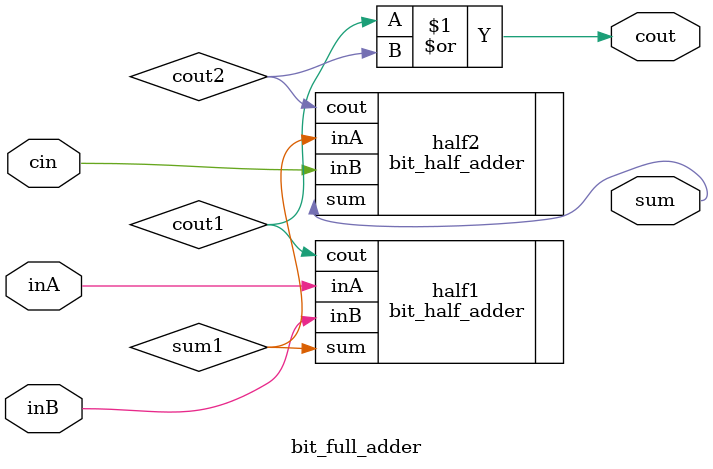
<source format=v>
module bit_full_adder (
    input inA,
    input inB,
    input cin,
    output sum,
    output cout
);

wire sum1;
wire cout1;
wire cout2;

bit_half_adder half1 (
    .inA(inA),
    .inB(inB),
    .sum(sum1),
    .cout(cout1)
);
bit_half_adder half2 (
    .inA(sum1),
    .inB(cin),
    .sum(sum),
    .cout(cout2)
);

or g1(cout, cout1, cout2);

endmodule
</source>
